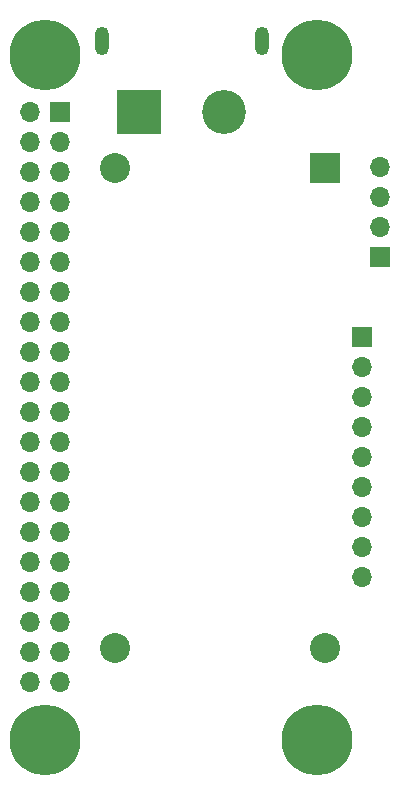
<source format=gbr>
%TF.GenerationSoftware,KiCad,Pcbnew,(6.0.5-0)*%
%TF.CreationDate,2024-02-05T18:51:56-05:00*%
%TF.ProjectId,CubeSat PCB,43756265-5361-4742-9050-43422e6b6963,rev?*%
%TF.SameCoordinates,Original*%
%TF.FileFunction,Soldermask,Top*%
%TF.FilePolarity,Negative*%
%FSLAX46Y46*%
G04 Gerber Fmt 4.6, Leading zero omitted, Abs format (unit mm)*
G04 Created by KiCad (PCBNEW (6.0.5-0)) date 2024-02-05 18:51:56*
%MOMM*%
%LPD*%
G01*
G04 APERTURE LIST*
%ADD10O,1.200000X2.400000*%
%ADD11C,3.716000*%
%ADD12R,3.716000X3.716000*%
%ADD13O,1.700000X1.700000*%
%ADD14R,1.700000X1.700000*%
%ADD15C,6.000000*%
%ADD16C,2.540000*%
%ADD17R,2.540000X2.540000*%
G04 APERTURE END LIST*
D10*
%TO.C,J4*%
X107500000Y-64600000D03*
X94000000Y-64600000D03*
D11*
X104350000Y-70600000D03*
D12*
X97150000Y-70600000D03*
%TD*%
D13*
%TO.C,J1*%
X87880000Y-118880000D03*
X90420000Y-118880000D03*
X87880000Y-116340000D03*
X90420000Y-116340000D03*
X87880000Y-113800000D03*
X90420000Y-113800000D03*
X87880000Y-111260000D03*
X90420000Y-111260000D03*
X87880000Y-108720000D03*
X90420000Y-108720000D03*
X87880000Y-106180000D03*
X90420000Y-106180000D03*
X87880000Y-103640000D03*
X90420000Y-103640000D03*
X87880000Y-101100000D03*
X90420000Y-101100000D03*
X87880000Y-98560000D03*
X90420000Y-98560000D03*
X87880000Y-96020000D03*
X90420000Y-96020000D03*
X87880000Y-93480000D03*
X90420000Y-93480000D03*
X87880000Y-90940000D03*
X90420000Y-90940000D03*
X87880000Y-88400000D03*
X90420000Y-88400000D03*
X87880000Y-85860000D03*
X90420000Y-85860000D03*
X87880000Y-83320000D03*
X90420000Y-83320000D03*
X87880000Y-80780000D03*
X90420000Y-80780000D03*
X87880000Y-78240000D03*
X90420000Y-78240000D03*
X87880000Y-75700000D03*
X90420000Y-75700000D03*
X87880000Y-73160000D03*
X90420000Y-73160000D03*
X87880000Y-70620000D03*
D14*
X90420000Y-70620000D03*
D15*
X89150000Y-65750000D03*
X112150000Y-65750000D03*
X89150000Y-123750000D03*
X112150000Y-123750000D03*
%TD*%
D14*
%TO.C,J3*%
X116000000Y-89700000D03*
D13*
X116000000Y-92240000D03*
X116000000Y-94780000D03*
X116000000Y-97320000D03*
X116000000Y-99860000D03*
X116000000Y-102400000D03*
X116000000Y-104940000D03*
X116000000Y-107480000D03*
X116000000Y-110020000D03*
%TD*%
D14*
%TO.C,J2*%
X117550000Y-82900000D03*
D13*
X117550000Y-80360000D03*
X117550000Y-77820000D03*
X117550000Y-75280000D03*
%TD*%
D16*
%TO.C,U1*%
X95110000Y-116020000D03*
X112890000Y-116020000D03*
X95110000Y-75380000D03*
D17*
X112890000Y-75380000D03*
%TD*%
M02*

</source>
